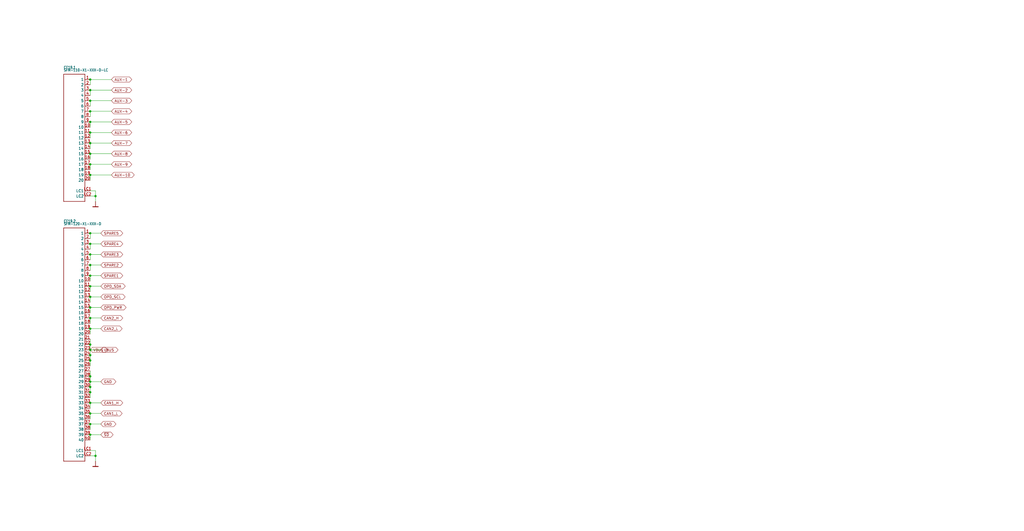
<source format=kicad_sch>
(kicad_sch (version 20211123) (generator eeschema)
  (paper "User" 490.22 254.406)
  (lib_symbols
    (symbol "oresat-backplane-2u-hasp-eagle-import:GND" (power)
      (symbol "GND_1_0"
        (polyline (pts (xy -1.27 -2.54) (xy 1.27 -2.54)) (stroke (width 0.4064)))
        (pin power_in line (at 0 0 270) (length 2.54) (name "GND") (number "1"))
      )
    )
    (symbol "oresat-backplane-2u-hasp-eagle-import:SFM-110-X1-XXX-D-LC"
      (property "Reference" "CF" (at -2.54 33.02 0))
      (property "Value" "SFM-110-X1-XXX-D-LC" (at -2.54 31.75 0))
      (symbol "SFM-110-X1-XXX-D-LC_1_0"
        (polyline (pts (xy -2.54 -30.48) (xy -2.54 30.48)) (stroke (width 0.254)))
        (polyline (pts (xy -2.54 30.48) (xy 7.62 30.48)) (stroke (width 0.254)))
        (polyline (pts (xy 7.62 -30.48) (xy -2.54 -30.48)) (stroke (width 0.254)))
        (polyline (pts (xy 7.62 30.48) (xy 7.62 -30.48)) (stroke (width 0.254)))
        (pin passive line (at 10.16 27.94 180) (length 2.54) (name "1") (number "1"))
        (pin passive line (at 10.16 5.08 180) (length 2.54) (name "10") (number "10"))
        (pin passive line (at 10.16 2.54 180) (length 2.54) (name "11") (number "11"))
        (pin passive line (at 10.16 0 180) (length 2.54) (name "12") (number "12"))
        (pin passive line (at 10.16 -2.54 180) (length 2.54) (name "13") (number "13"))
        (pin passive line (at 10.16 -5.08 180) (length 2.54) (name "14") (number "14"))
        (pin passive line (at 10.16 -7.62 180) (length 2.54) (name "15") (number "15"))
        (pin passive line (at 10.16 -10.16 180) (length 2.54) (name "16") (number "16"))
        (pin passive line (at 10.16 -12.7 180) (length 2.54) (name "17") (number "17"))
        (pin passive line (at 10.16 -15.24 180) (length 2.54) (name "18") (number "18"))
        (pin passive line (at 10.16 -17.78 180) (length 2.54) (name "19") (number "19"))
        (pin passive line (at 10.16 25.4 180) (length 2.54) (name "2") (number "2"))
        (pin passive line (at 10.16 -20.32 180) (length 2.54) (name "20") (number "20"))
        (pin passive line (at 10.16 22.86 180) (length 2.54) (name "3") (number "3"))
        (pin passive line (at 10.16 20.32 180) (length 2.54) (name "4") (number "4"))
        (pin passive line (at 10.16 17.78 180) (length 2.54) (name "5") (number "5"))
        (pin passive line (at 10.16 15.24 180) (length 2.54) (name "6") (number "6"))
        (pin passive line (at 10.16 12.7 180) (length 2.54) (name "7") (number "7"))
        (pin passive line (at 10.16 10.16 180) (length 2.54) (name "8") (number "8"))
        (pin passive line (at 10.16 7.62 180) (length 2.54) (name "9") (number "9"))
        (pin passive line (at 10.16 -25.4 180) (length 2.54) (name "LC1") (number "LC1"))
        (pin passive line (at 10.16 -27.94 180) (length 2.54) (name "LC2") (number "LC2"))
      )
    )
    (symbol "oresat-backplane-2u-hasp-eagle-import:SFM-120-X1-XXX-D"
      (property "Reference" "J" (at -2.54 50.8 0))
      (property "Value" "SFM-120-X1-XXX-D" (at -2.54 49.53 0))
      (symbol "SFM-120-X1-XXX-D_1_0"
        (polyline (pts (xy -2.54 -63.5) (xy -2.54 48.26)) (stroke (width 0.254)))
        (polyline (pts (xy -2.54 48.26) (xy 7.62 48.26)) (stroke (width 0.254)))
        (polyline (pts (xy 7.62 -63.5) (xy -2.54 -63.5)) (stroke (width 0.254)))
        (polyline (pts (xy 7.62 48.26) (xy 7.62 -63.5)) (stroke (width 0.254)))
        (pin passive line (at 10.16 45.72 180) (length 2.54) (name "1") (number "1"))
        (pin passive line (at 10.16 22.86 180) (length 2.54) (name "10") (number "10"))
        (pin passive line (at 10.16 20.32 180) (length 2.54) (name "11") (number "11"))
        (pin passive line (at 10.16 17.78 180) (length 2.54) (name "12") (number "12"))
        (pin passive line (at 10.16 15.24 180) (length 2.54) (name "13") (number "13"))
        (pin passive line (at 10.16 12.7 180) (length 2.54) (name "14") (number "14"))
        (pin passive line (at 10.16 10.16 180) (length 2.54) (name "15") (number "15"))
        (pin passive line (at 10.16 7.62 180) (length 2.54) (name "16") (number "16"))
        (pin passive line (at 10.16 5.08 180) (length 2.54) (name "17") (number "17"))
        (pin passive line (at 10.16 2.54 180) (length 2.54) (name "18") (number "18"))
        (pin passive line (at 10.16 0 180) (length 2.54) (name "19") (number "19"))
        (pin passive line (at 10.16 43.18 180) (length 2.54) (name "2") (number "2"))
        (pin passive line (at 10.16 -2.54 180) (length 2.54) (name "20") (number "20"))
        (pin passive line (at 10.16 -5.08 180) (length 2.54) (name "21") (number "21"))
        (pin passive line (at 10.16 -7.62 180) (length 2.54) (name "22") (number "22"))
        (pin passive line (at 10.16 -10.16 180) (length 2.54) (name "23") (number "23"))
        (pin passive line (at 10.16 -12.7 180) (length 2.54) (name "24") (number "24"))
        (pin passive line (at 10.16 -15.24 180) (length 2.54) (name "25") (number "25"))
        (pin passive line (at 10.16 -17.78 180) (length 2.54) (name "26") (number "26"))
        (pin passive line (at 10.16 -20.32 180) (length 2.54) (name "27") (number "27"))
        (pin passive line (at 10.16 -22.86 180) (length 2.54) (name "28") (number "28"))
        (pin passive line (at 10.16 -25.4 180) (length 2.54) (name "29") (number "29"))
        (pin passive line (at 10.16 40.64 180) (length 2.54) (name "3") (number "3"))
        (pin passive line (at 10.16 -27.94 180) (length 2.54) (name "30") (number "30"))
        (pin passive line (at 10.16 -30.48 180) (length 2.54) (name "31") (number "31"))
        (pin passive line (at 10.16 -33.02 180) (length 2.54) (name "32") (number "32"))
        (pin passive line (at 10.16 -35.56 180) (length 2.54) (name "33") (number "33"))
        (pin passive line (at 10.16 -38.1 180) (length 2.54) (name "34") (number "34"))
        (pin passive line (at 10.16 -40.64 180) (length 2.54) (name "35") (number "35"))
        (pin passive line (at 10.16 -43.18 180) (length 2.54) (name "36") (number "36"))
        (pin passive line (at 10.16 -45.72 180) (length 2.54) (name "37") (number "37"))
        (pin passive line (at 10.16 -48.26 180) (length 2.54) (name "38") (number "38"))
        (pin passive line (at 10.16 -50.8 180) (length 2.54) (name "39") (number "39"))
        (pin passive line (at 10.16 38.1 180) (length 2.54) (name "4") (number "4"))
        (pin passive line (at 10.16 -53.34 180) (length 2.54) (name "40") (number "40"))
        (pin passive line (at 10.16 35.56 180) (length 2.54) (name "5") (number "5"))
        (pin passive line (at 10.16 33.02 180) (length 2.54) (name "6") (number "6"))
        (pin passive line (at 10.16 30.48 180) (length 2.54) (name "7") (number "7"))
        (pin passive line (at 10.16 27.94 180) (length 2.54) (name "8") (number "8"))
        (pin passive line (at 10.16 25.4 180) (length 2.54) (name "9") (number "9"))
        (pin passive line (at 10.16 -58.42 180) (length 2.54) (name "LC1") (number "LC1"))
        (pin passive line (at 10.16 -60.96 180) (length 2.54) (name "LC2") (number "LC2"))
      )
    )
  )
  (junction (at 43.18 48.26))
  (junction (at 43.18 132.08))
  (junction (at 43.18 78.74))
  (junction (at 43.18 137.16))
  (junction (at 43.18 167.64))
  (junction (at 43.18 63.5))
  (junction (at 43.18 43.18))
  (junction (at 43.18 187.96))
  (junction (at 43.18 180.34))
  (junction (at 43.18 170.18))
  (junction (at 43.18 185.42))
  (junction (at 43.18 142.24))
  (junction (at 45.72 218.44))
  (junction (at 45.72 93.98))
  (junction (at 43.18 127))
  (junction (at 43.18 111.76))
  (junction (at 43.18 73.66))
  (junction (at 43.18 58.42))
  (junction (at 43.18 147.32))
  (junction (at 43.18 38.1))
  (junction (at 43.18 83.82))
  (junction (at 43.18 198.12))
  (junction (at 43.18 193.04))
  (junction (at 43.18 203.2))
  (junction (at 43.18 152.4))
  (junction (at 43.18 157.48))
  (junction (at 43.18 165.1))
  (junction (at 43.18 121.92))
  (junction (at 43.18 172.72))
  (junction (at 43.18 68.58))
  (junction (at 43.18 208.28))
  (junction (at 43.18 53.34))
  (junction (at 43.18 182.88))
  (junction (at 43.18 116.84))
  (wire (pts (xy 48.26 157.48) (xy 43.18 157.48)))
  (wire (pts (xy 43.18 182.88) (xy 43.18 185.42)))
  (wire (pts (xy 43.18 193.04) (xy 43.18 195.58)))
  (wire (pts (xy 43.18 58.42) (xy 43.18 60.96)))
  (wire (pts (xy 43.18 121.92) (xy 48.26 121.92)))
  (wire (pts (xy 45.72 96.52) (xy 45.72 93.98)))
  (wire (pts (xy 48.26 198.12) (xy 43.18 198.12)))
  (wire (pts (xy 45.72 93.98) (xy 45.72 91.44)))
  (wire (pts (xy 48.26 152.4) (xy 43.18 152.4)))
  (wire (pts (xy 43.18 157.48) (xy 43.18 160.02)))
  (wire (pts (xy 43.18 182.88) (xy 43.18 180.34)))
  (wire (pts (xy 45.72 218.44) (xy 45.72 220.98)))
  (wire (pts (xy 48.26 127) (xy 43.18 127)))
  (wire (pts (xy 43.18 198.12) (xy 43.18 200.66)))
  (wire (pts (xy 45.72 91.44) (xy 43.18 91.44)))
  (wire (pts (xy 43.18 185.42) (xy 43.18 187.96)))
  (wire (pts (xy 43.18 68.58) (xy 53.34 68.58)))
  (wire (pts (xy 43.18 58.42) (xy 53.34 58.42)))
  (wire (pts (xy 45.72 215.9) (xy 45.72 218.44)))
  (wire (pts (xy 43.18 43.18) (xy 53.34 43.18)))
  (wire (pts (xy 43.18 147.32) (xy 43.18 149.86)))
  (wire (pts (xy 43.18 165.1) (xy 43.18 162.56)))
  (wire (pts (xy 48.26 203.2) (xy 43.18 203.2)))
  (wire (pts (xy 43.18 218.44) (xy 45.72 218.44)))
  (wire (pts (xy 43.18 48.26) (xy 53.34 48.26)))
  (wire (pts (xy 43.18 172.72) (xy 43.18 170.18)))
  (wire (pts (xy 43.18 142.24) (xy 43.18 144.78)))
  (wire (pts (xy 43.18 187.96) (xy 43.18 190.5)))
  (wire (pts (xy 43.18 38.1) (xy 53.34 38.1)))
  (wire (pts (xy 43.18 63.5) (xy 53.34 63.5)))
  (wire (pts (xy 48.26 147.32) (xy 43.18 147.32)))
  (wire (pts (xy 43.18 78.74) (xy 53.34 78.74)))
  (wire (pts (xy 43.18 53.34) (xy 43.18 55.88)))
  (wire (pts (xy 43.18 78.74) (xy 43.18 81.28)))
  (wire (pts (xy 43.18 167.64) (xy 43.18 165.1)))
  (wire (pts (xy 43.18 48.26) (xy 43.18 50.8)))
  (wire (pts (xy 48.26 132.08) (xy 43.18 132.08)))
  (wire (pts (xy 43.18 203.2) (xy 43.18 205.74)))
  (wire (pts (xy 43.18 111.76) (xy 48.26 111.76)))
  (wire (pts (xy 43.18 215.9) (xy 45.72 215.9)))
  (wire (pts (xy 43.18 68.58) (xy 43.18 71.12)))
  (wire (pts (xy 43.18 127) (xy 43.18 129.54)))
  (wire (pts (xy 43.18 132.08) (xy 43.18 134.62)))
  (wire (pts (xy 43.18 116.84) (xy 43.18 119.38)))
  (wire (pts (xy 43.18 152.4) (xy 43.18 154.94)))
  (wire (pts (xy 45.72 93.98) (xy 43.18 93.98)))
  (wire (pts (xy 43.18 111.76) (xy 43.18 114.3)))
  (wire (pts (xy 43.18 180.34) (xy 43.18 177.8)))
  (wire (pts (xy 43.18 208.28) (xy 43.18 210.82)))
  (wire (pts (xy 43.18 116.84) (xy 48.26 116.84)))
  (wire (pts (xy 43.18 121.92) (xy 43.18 124.46)))
  (wire (pts (xy 43.18 172.72) (xy 43.18 175.26)))
  (wire (pts (xy 43.18 73.66) (xy 43.18 76.2)))
  (wire (pts (xy 43.18 137.16) (xy 43.18 139.7)))
  (wire (pts (xy 43.18 83.82) (xy 53.34 83.82)))
  (wire (pts (xy 48.26 182.88) (xy 43.18 182.88)))
  (wire (pts (xy 48.26 193.04) (xy 43.18 193.04)))
  (wire (pts (xy 48.26 208.28) (xy 43.18 208.28)))
  (wire (pts (xy 48.26 137.16) (xy 43.18 137.16)))
  (wire (pts (xy 43.18 73.66) (xy 53.34 73.66)))
  (wire (pts (xy 43.18 167.64) (xy 48.26 167.64)))
  (wire (pts (xy 43.18 63.5) (xy 43.18 66.04)))
  (wire (pts (xy 48.26 142.24) (xy 43.18 142.24)))
  (wire (pts (xy 43.18 43.18) (xy 43.18 45.72)))
  (wire (pts (xy 43.18 83.82) (xy 43.18 86.36)))
  (wire (pts (xy 43.18 170.18) (xy 43.18 167.64)))
  (wire (pts (xy 43.18 38.1) (xy 43.18 40.64)))
  (wire (pts (xy 43.18 53.34) (xy 53.34 53.34)))
  (global_label "OPD_SDA" (shape bidirectional) (at 48.26 137.16 0) (effects (font (size 1.2446 1.2446))) (property "Intersheet References" "${INTERSHEET_REFS}" (effects hide)))
  (global_label "VBUS" (shape bidirectional) (at 43.18 167.64 0) (effects (font (size 1.2446 1.2446))) (property "Intersheet References" "${INTERSHEET_REFS}" (effects hide)))
  (global_label "AUX-2" (shape bidirectional) (at 53.34 43.18 0) (effects (font (size 1.2446 1.2446))) (property "Intersheet References" "${INTERSHEET_REFS}" (effects hide)))
  (global_label "AUX-5" (shape bidirectional) (at 53.34 58.42 0) (effects (font (size 1.2446 1.2446))) (property "Intersheet References" "${INTERSHEET_REFS}" (effects hide)))
  (global_label "AUX-7" (shape bidirectional) (at 53.34 68.58 0) (effects (font (size 1.2446 1.2446))) (property "Intersheet References" "${INTERSHEET_REFS}" (effects hide)))
  (global_label "AUX-1" (shape bidirectional) (at 53.34 38.1 0) (effects (font (size 1.2446 1.2446))) (property "Intersheet References" "${INTERSHEET_REFS}" (effects hide)))
  (global_label "AUX-6" (shape bidirectional) (at 53.34 63.5 0) (effects (font (size 1.2446 1.2446))) (property "Intersheet References" "${INTERSHEET_REFS}" (effects hide)))
  (global_label "AUX-8" (shape bidirectional) (at 53.34 73.66 0) (effects (font (size 1.2446 1.2446))) (property "Intersheet References" "${INTERSHEET_REFS}" (effects hide)))
  (global_label "GND" (shape bidirectional) (at 48.26 182.88 0) (effects (font (size 1.2446 1.2446))) (property "Intersheet References" "${INTERSHEET_REFS}" (effects hide)))
  (global_label "SPARE3" (shape bidirectional) (at 48.26 121.92 0) (effects (font (size 1.2446 1.2446))) (property "Intersheet References" "${INTERSHEET_REFS}" (effects hide)))
  (global_label "CAN1_H" (shape bidirectional) (at 48.26 193.04 0) (effects (font (size 1.2446 1.2446))) (property "Intersheet References" "${INTERSHEET_REFS}" (effects hide)))
  (global_label "CAN2_H" (shape bidirectional) (at 48.26 152.4 0) (effects (font (size 1.2446 1.2446))) (property "Intersheet References" "${INTERSHEET_REFS}" (effects hide)))
  (global_label "OPD_SCL" (shape bidirectional) (at 48.26 142.24 0) (effects (font (size 1.2446 1.2446))) (property "Intersheet References" "${INTERSHEET_REFS}" (effects hide)))
  (global_label "SPARE4" (shape bidirectional) (at 48.26 116.84 0) (effects (font (size 1.2446 1.2446))) (property "Intersheet References" "${INTERSHEET_REFS}" (effects hide)))
  (global_label "~{SD}" (shape bidirectional) (at 48.26 208.28 0) (effects (font (size 1.2446 1.2446))) (property "Intersheet References" "${INTERSHEET_REFS}" (effects hide)))
  (global_label "SPARE5" (shape bidirectional) (at 48.26 111.76 0) (effects (font (size 1.2446 1.2446))) (property "Intersheet References" "${INTERSHEET_REFS}" (effects hide)))
  (global_label "SPARE1" (shape bidirectional) (at 48.26 132.08 0) (effects (font (size 1.2446 1.2446))) (property "Intersheet References" "${INTERSHEET_REFS}" (effects hide)))
  (global_label "AUX-10" (shape bidirectional) (at 53.34 83.82 0) (effects (font (size 1.2446 1.2446))) (property "Intersheet References" "${INTERSHEET_REFS}" (effects hide)))
  (global_label "AUX-4" (shape bidirectional) (at 53.34 53.34 0) (effects (font (size 1.2446 1.2446))) (property "Intersheet References" "${INTERSHEET_REFS}" (effects hide)))
  (global_label "AUX-9" (shape bidirectional) (at 53.34 78.74 0) (effects (font (size 1.2446 1.2446))) (property "Intersheet References" "${INTERSHEET_REFS}" (effects hide)))
  (global_label "OPD_PWR" (shape bidirectional) (at 48.26 147.32 0) (effects (font (size 1.2446 1.2446))) (property "Intersheet References" "${INTERSHEET_REFS}" (effects hide)))
  (global_label "VBUS" (shape bidirectional) (at 48.26 167.64 0) (effects (font (size 1.2446 1.2446))) (property "Intersheet References" "${INTERSHEET_REFS}" (effects hide)))
  (global_label "AUX-3" (shape bidirectional) (at 53.34 48.26 0) (effects (font (size 1.2446 1.2446))) (property "Intersheet References" "${INTERSHEET_REFS}" (effects hide)))
  (global_label "GND" (shape bidirectional) (at 48.26 203.2 0) (effects (font (size 1.2446 1.2446))) (property "Intersheet References" "${INTERSHEET_REFS}" (effects hide)))
  (global_label "CAN1_L" (shape bidirectional) (at 48.26 198.12 0) (effects (font (size 1.2446 1.2446))) (property "Intersheet References" "${INTERSHEET_REFS}" (effects hide)))
  (global_label "CAN2_L" (shape bidirectional) (at 48.26 157.48 0) (effects (font (size 1.2446 1.2446))) (property "Intersheet References" "${INTERSHEET_REFS}" (effects hide)))
  (global_label "SPARE2" (shape bidirectional) (at 48.26 127 0) (effects (font (size 1.2446 1.2446))) (property "Intersheet References" "${INTERSHEET_REFS}" (effects hide)))
  (symbol (lib_id "oresat-backplane-2u-hasp-eagle-import:GND") (at 45.72 96.52 0) (unit 1)
    (property "Reference" "#GND13" (effects hide))
    (property "Value" "GND" (effects hide))
    (property "Footprint" "oresat-backplane-2u-hasp:" (effects hide))
  )
  (symbol (lib_id "oresat-backplane-2u-hasp-eagle-import:GND") (at 45.72 220.98 0) (unit 1)
    (property "Reference" "#GND2" (effects hide))
    (property "Value" "GND" (effects hide))
    (property "Footprint" "oresat-backplane-2u-hasp:" (effects hide))
  )
  (symbol (lib_id "oresat-backplane-2u-hasp-eagle-import:SFM-110-X1-XXX-D-LC") (at 33.02 66.04 0) (unit 1)
    (property "Reference" "CF19.1" (at 30.48 33.02 0) (effects (font (size 1.27 1.0795)) (justify left bottom)))
    (property "Value" "SFM-110-X1-XXX-D-LC" (at 30.48 34.29 0) (effects (font (size 1.27 1.0795)) (justify left bottom)))
    (property "Footprint" "oresat-backplane-2u-hasp:SFM-110-X1-XXX-D-LC" (effects hide))
  )
  (symbol (lib_id "oresat-backplane-2u-hasp-eagle-import:SFM-120-X1-XXX-D") (at 33.02 157.48 0) (unit 1)
    (property "Reference" "CF19.2" (at 30.48 106.68 0) (effects (font (size 1.27 1.0795)) (justify left bottom)))
    (property "Value" "SFM-120-X1-XXX-D" (at 30.48 107.95 0) (effects (font (size 1.27 1.0795)) (justify left bottom)))
    (property "Footprint" "oresat-backplane-2u-hasp:SFM-120-X1-XXX-D" (effects hide))
  )
)
</source>
